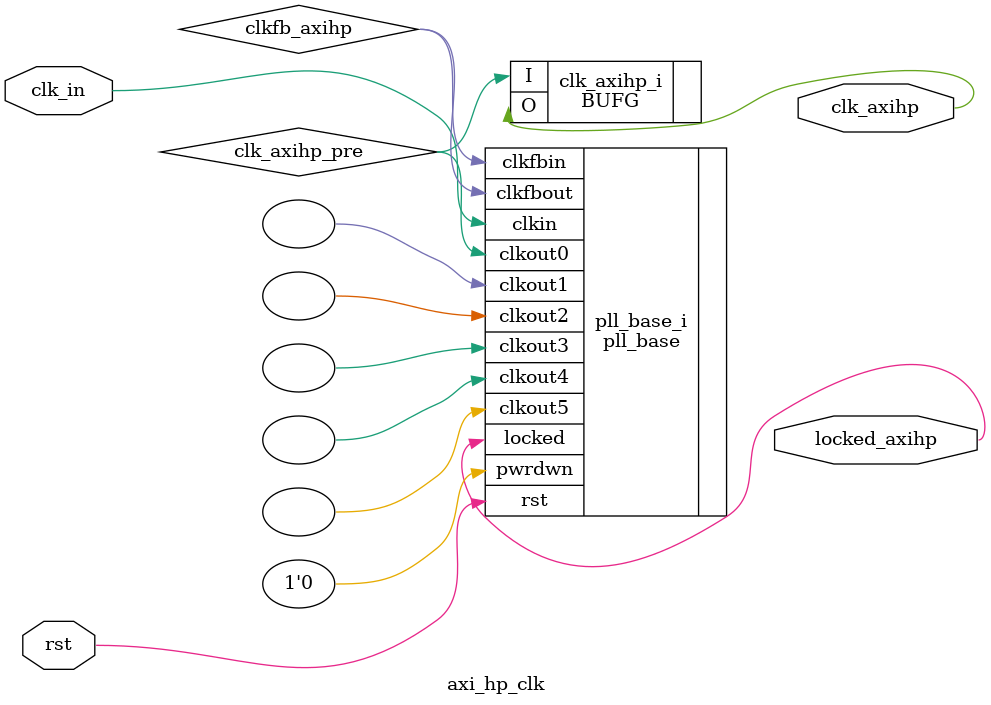
<source format=v>

/*!
 * <b>Module:</b>axi_hp_clk
 * @file axi_hp_clk.v
 * @date 2015-04-27  
 * @author Andrey Filippov     
 *
 * @brief Generate global clock for axi_hp
 *
 * @copyright Copyright (c) 2015 Elphel, Inc.
 *
 * <b>License:</b>
 *
 * axi_hp_clk.v is free software; you can redistribute it and/or modify
 * it under the terms of the GNU General Public License as published by
 * the Free Software Foundation, either version 3 of the License, or
 * (at your option) any later version.
 *
 *  axi_hp_clk.v is distributed in the hope that it will be useful,
 * but WITHOUT ANY WARRANTY; without even the implied warranty of
 * MERCHANTABILITY or FITNESS FOR A PARTICULAR PURPOSE.  See the
 * GNU General Public License for more details.
 *
 * You should have received a copy of the GNU General Public License
 * along with this program.  If not, see <http://www.gnu.org/licenses/> .
 *
 * Additional permission under GNU GPL version 3 section 7:
 * If you modify this Program, or any covered work, by linking or combining it
 * with independent modules provided by the FPGA vendor only (this permission
 * does not extend to any 3-rd party modules, "soft cores" or macros) under
 * different license terms solely for the purpose of generating binary "bitstream"
 * files and/or simulating the code, the copyright holders of this Program give
 * you the right to distribute the covered work without those independent modules
 * as long as the source code for them is available from the FPGA vendor free of
 * charge, and there is no dependence on any encrypted modules for simulating of
 * the combined code. This permission applies to you if the distributed code
 * contains all the components and scripts required to completely simulate it
 * with at least one of the Free Software programs.
 */
`timescale 1ns/1ps

module  axi_hp_clk#(
    parameter CLKIN_PERIOD =        20, //ns >1.25, 600<Fvco<1200
    parameter CLKFBOUT_MULT_AXIHP = 18, // Fvco=Fclkin*CLKFBOUT_MULT_F/DIVCLK_DIVIDE, Fout=Fvco/CLKOUT#_DIVIDE
    parameter CLKFBOUT_DIV_AXIHP =  6   // To get 150MHz for the reference clock
    )(
    input   rst,
    input   clk_in,
    output  clk_axihp,
    output  locked_axihp
);
    wire  clkfb_axihp, clk_axihp_pre; 
    BUFG clk_axihp_i (.O(clk_axihp), .I(clk_axihp_pre));
    pll_base #(
        .CLKIN_PERIOD(CLKIN_PERIOD), // 20
        .BANDWIDTH("OPTIMIZED"),
        .CLKFBOUT_MULT(CLKFBOUT_MULT_AXIHP), // 18, // Fvco=Fclkin*CLKFBOUT_MULT_F/DIVCLK_DIVIDE, Fout=Fvco/CLKOUT#_DIVIDE
        .CLKOUT0_DIVIDE(CLKFBOUT_DIV_AXIHP), // 6, // To get 300MHz for the reference clock
        .REF_JITTER1(0.010),
        .STARTUP_WAIT("FALSE")
    ) pll_base_i (
        .clkin(clk_in), // input
        .clkfbin(clkfb_axihp), // input
//        .rst(rst), // input
        .rst(rst), // input
        .pwrdwn(1'b0), // input
        .clkout0(clk_axihp_pre), // output
        .clkout1(), // output
        .clkout2(), // output
        .clkout3(), // output
        .clkout4(), // output
        .clkout5(), // output
        .clkfbout(clkfb_axihp), // output
        .locked(locked_axihp) // output
    );


endmodule


</source>
